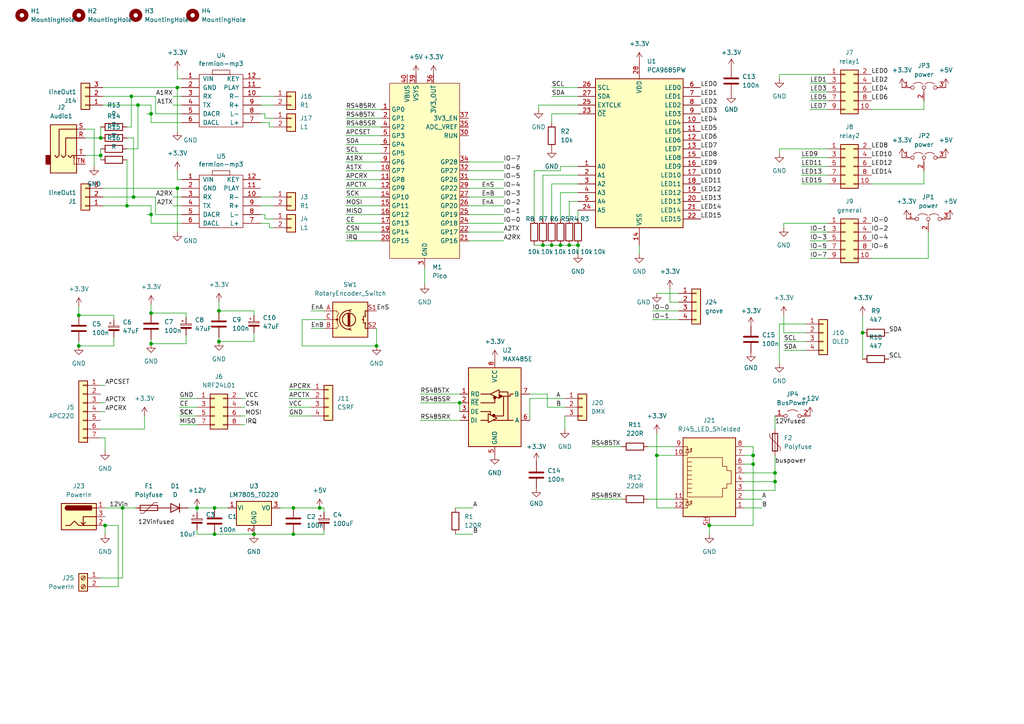
<source format=kicad_sch>
(kicad_sch (version 20230121) (generator eeschema)
  (paper "A4")
  (junction (at 218.44 134.62))
  (junction (at 43.815 99.695))
  (junction (at 62.23 147.32))
  (junction (at 40.005 30.48))
  (junction (at 43.815 62.23))
  (junction (at 63.5 99.06))
  (junction (at 57.15 147.32))
  (junction (at 109.22 100.33))
  (junction (at 43.815 90.805))
  (junction (at 35.56 147.32))
  (junction (at 29.21 40.005))
  (junction (at 190.5 132.08))
  (junction (at 51.435 54.61))
  (junction (at 38.1 27.94))
  (junction (at 205.74 152.4))
  (junction (at 165.1 71.12))
  (junction (at 133.35 116.84))
  (junction (at 29.21 45.085))
  (junction (at 62.23 154.94))
  (junction (at 30.48 152.4))
  (junction (at 73.66 154.94))
  (junction (at 22.86 91.44))
  (junction (at 224.79 137.16))
  (junction (at 224.79 139.7))
  (junction (at 157.48 71.12))
  (junction (at 85.09 154.94))
  (junction (at 85.09 147.32))
  (junction (at 218.44 132.08))
  (junction (at 250.19 96.52))
  (junction (at 43.815 33.02))
  (junction (at 162.56 71.12))
  (junction (at 92.71 147.32))
  (junction (at 167.64 71.12))
  (junction (at 38.735 57.15))
  (junction (at 160.02 71.12))
  (junction (at 51.435 25.4))
  (junction (at 22.86 100.33))
  (junction (at 63.5 90.17))
  (junction (at 36.83 59.69))
  (wire (pts (xy 24.765 40.005) (xy 29.21 40.005)))
  (wire (pts (xy 52.705 33.02) (xy 45.085 33.02)))
  (wire (pts (xy 234.95 31.75) (xy 240.03 31.75)))
  (wire (pts (xy 121.92 114.3) (xy 133.35 114.3)))
  (wire (pts (xy 52.705 59.69) (xy 50.165 59.69)))
  (wire (pts (xy 29.845 54.61) (xy 51.435 54.61)))
  (wire (pts (xy 215.9 139.7) (xy 224.79 139.7)))
  (wire (pts (xy 195.58 132.08) (xy 190.5 132.08)))
  (wire (pts (xy 215.9 137.16) (xy 224.79 137.16)))
  (wire (pts (xy 167.64 60.96) (xy 167.64 63.5)))
  (wire (pts (xy 22.86 88.9) (xy 22.86 91.44)))
  (wire (pts (xy 224.79 137.16) (xy 224.79 139.7)))
  (wire (pts (xy 218.44 152.4) (xy 205.74 152.4)))
  (wire (pts (xy 232.41 50.8) (xy 240.03 50.8)))
  (wire (pts (xy 165.1 63.5) (xy 165.1 58.42)))
  (wire (pts (xy 43.815 88.265) (xy 43.815 90.805)))
  (wire (pts (xy 100.33 39.37) (xy 110.49 39.37)))
  (wire (pts (xy 267.97 31.75) (xy 267.97 29.21)))
  (wire (pts (xy 57.15 153.67) (xy 57.15 154.94)))
  (wire (pts (xy 218.44 134.62) (xy 218.44 152.4)))
  (wire (pts (xy 167.64 55.88) (xy 162.56 55.88)))
  (wire (pts (xy 135.89 67.31) (xy 146.05 67.31)))
  (wire (pts (xy 226.06 43.18) (xy 226.06 44.45)))
  (wire (pts (xy 78.105 36.83) (xy 79.375 36.83)))
  (wire (pts (xy 52.705 62.23) (xy 45.085 62.23)))
  (wire (pts (xy 78.105 66.04) (xy 79.375 66.04)))
  (wire (pts (xy 100.33 57.15) (xy 110.49 57.15)))
  (wire (pts (xy 167.64 48.26) (xy 162.56 48.26)))
  (wire (pts (xy 29.21 170.18) (xy 34.29 170.18)))
  (wire (pts (xy 83.82 118.11) (xy 90.17 118.11)))
  (wire (pts (xy 233.68 93.98) (xy 226.06 93.98)))
  (wire (pts (xy 83.82 120.65) (xy 90.17 120.65)))
  (wire (pts (xy 52.705 57.15) (xy 50.165 57.15)))
  (wire (pts (xy 227.33 91.44) (xy 227.33 96.52)))
  (wire (pts (xy 87.63 92.71) (xy 93.98 92.71)))
  (wire (pts (xy 22.86 100.33) (xy 33.02 100.33)))
  (wire (pts (xy 29.21 124.46) (xy 41.91 124.46)))
  (wire (pts (xy 100.33 41.91) (xy 110.49 41.91)))
  (wire (pts (xy 52.07 118.11) (xy 57.15 118.11)))
  (wire (pts (xy 40.005 30.48) (xy 43.815 30.48)))
  (wire (pts (xy 187.96 129.54) (xy 195.58 129.54)))
  (wire (pts (xy 224.79 139.7) (xy 224.79 142.24)))
  (wire (pts (xy 189.23 92.71) (xy 196.85 92.71)))
  (wire (pts (xy 135.89 54.61) (xy 146.05 54.61)))
  (wire (pts (xy 215.9 132.08) (xy 218.44 132.08)))
  (wire (pts (xy 35.56 147.32) (xy 39.37 147.32)))
  (wire (pts (xy 51.435 67.31) (xy 51.435 54.61)))
  (wire (pts (xy 43.815 98.425) (xy 43.815 99.695)))
  (wire (pts (xy 135.89 49.53) (xy 146.05 49.53)))
  (wire (pts (xy 153.67 114.3) (xy 158.75 114.3)))
  (wire (pts (xy 92.71 147.32) (xy 85.09 147.32)))
  (wire (pts (xy 267.97 53.34) (xy 267.97 49.53)))
  (wire (pts (xy 30.48 127) (xy 30.48 130.81)))
  (wire (pts (xy 53.975 90.805) (xy 53.975 92.075)))
  (wire (pts (xy 250.19 91.44) (xy 250.19 96.52)))
  (wire (pts (xy 69.85 120.65) (xy 71.12 120.65)))
  (wire (pts (xy 185.42 71.12) (xy 185.42 73.66)))
  (wire (pts (xy 36.83 59.69) (xy 43.815 59.69)))
  (wire (pts (xy 226.06 21.59) (xy 226.06 22.86)))
  (wire (pts (xy 51.435 49.53) (xy 51.435 52.07)))
  (wire (pts (xy 218.44 129.54) (xy 218.44 132.08)))
  (wire (pts (xy 252.73 31.75) (xy 267.97 31.75)))
  (wire (pts (xy 90.17 95.25) (xy 93.98 95.25)))
  (wire (pts (xy 100.33 49.53) (xy 110.49 49.53)))
  (wire (pts (xy 167.64 53.34) (xy 160.02 53.34)))
  (wire (pts (xy 224.79 132.08) (xy 224.79 137.16)))
  (wire (pts (xy 43.815 33.02) (xy 43.815 35.56)))
  (wire (pts (xy 240.03 21.59) (xy 226.06 21.59)))
  (wire (pts (xy 154.94 49.53) (xy 162.56 49.53)))
  (wire (pts (xy 34.29 170.18) (xy 34.29 152.4)))
  (wire (pts (xy 29.845 59.69) (xy 36.83 59.69)))
  (wire (pts (xy 93.98 147.32) (xy 92.71 147.32)))
  (wire (pts (xy 135.89 62.23) (xy 146.05 62.23)))
  (wire (pts (xy 30.48 152.4) (xy 34.29 152.4)))
  (wire (pts (xy 162.56 55.88) (xy 162.56 63.5)))
  (wire (pts (xy 43.815 30.48) (xy 43.815 33.02)))
  (wire (pts (xy 100.33 36.83) (xy 110.49 36.83)))
  (wire (pts (xy 190.5 147.32) (xy 195.58 147.32)))
  (wire (pts (xy 232.41 45.72) (xy 240.03 45.72)))
  (wire (pts (xy 38.735 57.15) (xy 45.085 57.15)))
  (wire (pts (xy 78.105 36.83) (xy 78.105 35.56)))
  (wire (pts (xy 29.21 127) (xy 30.48 127)))
  (wire (pts (xy 30.48 147.32) (xy 35.56 147.32)))
  (wire (pts (xy 224.79 120.65) (xy 224.79 124.46)))
  (wire (pts (xy 75.565 59.69) (xy 79.375 59.69)))
  (wire (pts (xy 224.79 142.24) (xy 215.9 142.24)))
  (wire (pts (xy 42.545 62.23) (xy 43.815 62.23)))
  (wire (pts (xy 75.565 27.94) (xy 79.375 27.94)))
  (wire (pts (xy 163.83 120.65) (xy 163.83 124.46)))
  (wire (pts (xy 167.64 30.48) (xy 156.21 30.48)))
  (wire (pts (xy 52.705 52.07) (xy 51.435 52.07)))
  (wire (pts (xy 93.98 154.94) (xy 93.98 153.67)))
  (wire (pts (xy 171.45 144.78) (xy 180.34 144.78)))
  (wire (pts (xy 45.085 62.23) (xy 45.085 57.15)))
  (wire (pts (xy 69.85 115.57) (xy 71.12 115.57)))
  (wire (pts (xy 83.82 115.57) (xy 90.17 115.57)))
  (wire (pts (xy 43.815 64.77) (xy 52.705 64.77)))
  (wire (pts (xy 41.91 120.65) (xy 41.91 124.46)))
  (wire (pts (xy 30.48 152.4) (xy 30.48 154.94)))
  (wire (pts (xy 252.73 74.93) (xy 269.24 74.93)))
  (wire (pts (xy 38.1 27.94) (xy 45.085 27.94)))
  (wire (pts (xy 40.005 43.18) (xy 36.83 43.18)))
  (wire (pts (xy 76.835 34.29) (xy 79.375 34.29)))
  (wire (pts (xy 52.07 123.19) (xy 57.15 123.19)))
  (wire (pts (xy 90.17 90.17) (xy 93.98 90.17)))
  (wire (pts (xy 73.66 99.06) (xy 73.66 96.52)))
  (wire (pts (xy 29.845 27.94) (xy 38.1 27.94)))
  (wire (pts (xy 135.89 59.69) (xy 146.05 59.69)))
  (wire (pts (xy 43.815 99.695) (xy 53.975 99.695)))
  (wire (pts (xy 121.92 121.92) (xy 133.35 121.92)))
  (wire (pts (xy 157.48 71.12) (xy 160.02 71.12)))
  (wire (pts (xy 83.82 113.03) (xy 90.17 113.03)))
  (wire (pts (xy 196.85 87.63) (xy 194.31 87.63)))
  (wire (pts (xy 234.95 72.39) (xy 240.03 72.39)))
  (wire (pts (xy 100.33 64.77) (xy 110.49 64.77)))
  (wire (pts (xy 29.21 45.085) (xy 29.21 46.355)))
  (wire (pts (xy 190.5 125.73) (xy 190.5 132.08)))
  (wire (pts (xy 157.48 50.8) (xy 167.64 50.8)))
  (wire (pts (xy 57.15 147.32) (xy 57.15 148.59)))
  (wire (pts (xy 75.565 62.23) (xy 76.835 62.23)))
  (wire (pts (xy 73.66 154.94) (xy 85.09 154.94)))
  (wire (pts (xy 132.08 147.32) (xy 137.16 147.32)))
  (wire (pts (xy 100.33 46.99) (xy 110.49 46.99)))
  (wire (pts (xy 158.75 118.11) (xy 163.83 118.11)))
  (wire (pts (xy 165.1 58.42) (xy 167.64 58.42)))
  (wire (pts (xy 123.19 77.47) (xy 123.19 82.55)))
  (wire (pts (xy 157.48 63.5) (xy 157.48 50.8)))
  (wire (pts (xy 160.02 71.12) (xy 162.56 71.12)))
  (wire (pts (xy 43.815 62.23) (xy 43.815 64.77)))
  (wire (pts (xy 69.85 123.19) (xy 71.12 123.19)))
  (wire (pts (xy 133.35 116.84) (xy 133.35 119.38)))
  (wire (pts (xy 234.95 26.67) (xy 240.03 26.67)))
  (wire (pts (xy 78.105 35.56) (xy 75.565 35.56)))
  (wire (pts (xy 109.22 95.25) (xy 109.22 100.33)))
  (wire (pts (xy 234.95 67.31) (xy 240.03 67.31)))
  (wire (pts (xy 76.835 62.23) (xy 76.835 63.5)))
  (wire (pts (xy 205.74 152.4) (xy 205.74 154.94)))
  (wire (pts (xy 29.21 167.64) (xy 35.56 167.64)))
  (wire (pts (xy 87.63 100.33) (xy 87.63 92.71)))
  (wire (pts (xy 38.1 36.83) (xy 38.1 27.94)))
  (wire (pts (xy 215.9 147.32) (xy 220.98 147.32)))
  (wire (pts (xy 29.21 36.83) (xy 29.21 40.005)))
  (wire (pts (xy 252.73 53.34) (xy 267.97 53.34)))
  (wire (pts (xy 85.09 154.94) (xy 93.98 154.94)))
  (wire (pts (xy 62.23 147.32) (xy 66.04 147.32)))
  (wire (pts (xy 226.06 93.98) (xy 226.06 105.41)))
  (wire (pts (xy 40.005 30.48) (xy 40.005 43.18)))
  (wire (pts (xy 36.83 40.005) (xy 38.735 40.005)))
  (wire (pts (xy 135.89 52.07) (xy 146.05 52.07)))
  (wire (pts (xy 232.41 48.26) (xy 240.03 48.26)))
  (wire (pts (xy 52.07 120.65) (xy 57.15 120.65)))
  (wire (pts (xy 51.435 38.1) (xy 51.435 25.4)))
  (wire (pts (xy 234.95 74.93) (xy 240.03 74.93)))
  (wire (pts (xy 154.94 71.12) (xy 157.48 71.12)))
  (wire (pts (xy 234.95 69.85) (xy 240.03 69.85)))
  (wire (pts (xy 160.02 53.34) (xy 160.02 63.5)))
  (wire (pts (xy 250.19 96.52) (xy 250.19 104.14)))
  (wire (pts (xy 194.31 83.82) (xy 194.31 87.63)))
  (wire (pts (xy 73.66 90.17) (xy 73.66 91.44)))
  (wire (pts (xy 240.03 43.18) (xy 226.06 43.18)))
  (wire (pts (xy 162.56 48.26) (xy 162.56 49.53)))
  (wire (pts (xy 52.705 30.48) (xy 50.165 30.48)))
  (wire (pts (xy 42.545 33.02) (xy 43.815 33.02)))
  (wire (pts (xy 227.33 101.6) (xy 233.68 101.6)))
  (wire (pts (xy 227.33 66.04) (xy 227.33 64.77)))
  (wire (pts (xy 227.33 64.77) (xy 240.03 64.77)))
  (wire (pts (xy 29.845 25.4) (xy 51.435 25.4)))
  (wire (pts (xy 121.92 116.84) (xy 133.35 116.84)))
  (wire (pts (xy 29.21 111.76) (xy 30.48 111.76)))
  (wire (pts (xy 45.085 33.02) (xy 45.085 27.94)))
  (wire (pts (xy 233.68 96.52) (xy 227.33 96.52)))
  (wire (pts (xy 218.44 132.08) (xy 218.44 134.62)))
  (wire (pts (xy 78.105 64.77) (xy 75.565 64.77)))
  (wire (pts (xy 160.02 25.4) (xy 167.64 25.4)))
  (wire (pts (xy 33.02 100.33) (xy 33.02 97.79)))
  (wire (pts (xy 153.67 115.57) (xy 163.83 115.57)))
  (wire (pts (xy 132.08 154.94) (xy 137.16 154.94)))
  (wire (pts (xy 171.45 129.54) (xy 180.34 129.54)))
  (wire (pts (xy 215.9 134.62) (xy 218.44 134.62)))
  (wire (pts (xy 100.33 54.61) (xy 110.49 54.61)))
  (wire (pts (xy 100.33 34.29) (xy 110.49 34.29)))
  (wire (pts (xy 63.5 97.79) (xy 63.5 99.06)))
  (wire (pts (xy 232.41 53.34) (xy 240.03 53.34)))
  (wire (pts (xy 165.1 71.12) (xy 167.64 71.12)))
  (wire (pts (xy 62.23 154.94) (xy 73.66 154.94)))
  (wire (pts (xy 36.83 36.83) (xy 38.1 36.83)))
  (wire (pts (xy 43.815 35.56) (xy 52.705 35.56)))
  (wire (pts (xy 57.15 154.94) (xy 62.23 154.94)))
  (wire (pts (xy 33.02 91.44) (xy 33.02 92.71)))
  (wire (pts (xy 52.705 22.86) (xy 51.435 22.86)))
  (wire (pts (xy 227.33 99.06) (xy 233.68 99.06)))
  (wire (pts (xy 100.33 44.45) (xy 110.49 44.45)))
  (wire (pts (xy 52.705 27.94) (xy 50.165 27.94)))
  (wire (pts (xy 24.765 45.085) (xy 29.21 45.085)))
  (wire (pts (xy 36.83 46.355) (xy 36.83 59.69)))
  (wire (pts (xy 22.86 91.44) (xy 33.02 91.44)))
  (wire (pts (xy 160.02 33.02) (xy 160.02 35.56)))
  (wire (pts (xy 167.64 71.12) (xy 167.64 73.66)))
  (wire (pts (xy 52.07 115.57) (xy 57.15 115.57)))
  (wire (pts (xy 63.5 99.06) (xy 73.66 99.06)))
  (wire (pts (xy 35.56 167.64) (xy 35.56 147.32)))
  (wire (pts (xy 153.67 121.92) (xy 153.67 115.57)))
  (wire (pts (xy 154.94 49.53) (xy 154.94 63.5)))
  (wire (pts (xy 135.89 46.99) (xy 146.05 46.99)))
  (wire (pts (xy 29.21 116.84) (xy 30.48 116.84)))
  (wire (pts (xy 190.5 85.09) (xy 196.85 85.09)))
  (wire (pts (xy 75.565 57.15) (xy 79.375 57.15)))
  (wire (pts (xy 135.89 64.77) (xy 146.05 64.77)))
  (wire (pts (xy 135.89 69.85) (xy 146.05 69.85)))
  (wire (pts (xy 53.975 99.695) (xy 53.975 97.155)))
  (wire (pts (xy 63.5 90.17) (xy 73.66 90.17)))
  (wire (pts (xy 29.21 43.18) (xy 29.21 45.085)))
  (wire (pts (xy 156.21 30.48) (xy 156.21 31.75)))
  (wire (pts (xy 22.86 99.06) (xy 22.86 100.33)))
  (wire (pts (xy 100.33 69.85) (xy 110.49 69.85)))
  (wire (pts (xy 27.305 37.465) (xy 27.305 48.26)))
  (wire (pts (xy 160.02 27.94) (xy 167.64 27.94)))
  (wire (pts (xy 29.845 30.48) (xy 40.005 30.48)))
  (wire (pts (xy 57.15 147.32) (xy 62.23 147.32)))
  (wire (pts (xy 38.735 40.005) (xy 38.735 57.15)))
  (wire (pts (xy 51.435 25.4) (xy 52.705 25.4)))
  (wire (pts (xy 167.64 33.02) (xy 160.02 33.02)))
  (wire (pts (xy 100.33 52.07) (xy 110.49 52.07)))
  (wire (pts (xy 29.845 57.15) (xy 38.735 57.15)))
  (wire (pts (xy 75.565 33.02) (xy 76.835 33.02)))
  (wire (pts (xy 187.96 144.78) (xy 195.58 144.78)))
  (wire (pts (xy 215.9 144.78) (xy 220.98 144.78)))
  (wire (pts (xy 189.23 90.17) (xy 196.85 90.17)))
  (wire (pts (xy 51.435 54.61) (xy 52.705 54.61)))
  (wire (pts (xy 100.33 67.31) (xy 110.49 67.31)))
  (wire (pts (xy 54.61 147.32) (xy 57.15 147.32)))
  (wire (pts (xy 76.835 63.5) (xy 79.375 63.5)))
  (wire (pts (xy 69.85 118.11) (xy 71.12 118.11)))
  (wire (pts (xy 93.98 148.59) (xy 93.98 147.32)))
  (wire (pts (xy 215.9 129.54) (xy 218.44 129.54)))
  (wire (pts (xy 75.565 30.48) (xy 79.375 30.48)))
  (wire (pts (xy 234.95 24.13) (xy 240.03 24.13)))
  (wire (pts (xy 24.765 37.465) (xy 27.305 37.465)))
  (wire (pts (xy 63.5 87.63) (xy 63.5 90.17)))
  (wire (pts (xy 100.33 59.69) (xy 110.49 59.69)))
  (wire (pts (xy 76.835 33.02) (xy 76.835 34.29)))
  (wire (pts (xy 190.5 132.08) (xy 190.5 147.32)))
  (wire (pts (xy 85.09 147.32) (xy 81.28 147.32)))
  (wire (pts (xy 158.75 114.3) (xy 158.75 118.11)))
  (wire (pts (xy 109.22 100.33) (xy 87.63 100.33)))
  (wire (pts (xy 43.815 59.69) (xy 43.815 62.23)))
  (wire (pts (xy 100.33 31.75) (xy 110.49 31.75)))
  (wire (pts (xy 135.89 57.15) (xy 146.05 57.15)))
  (wire (pts (xy 162.56 71.12) (xy 165.1 71.12)))
  (wire (pts (xy 43.815 90.805) (xy 53.975 90.805)))
  (wire (pts (xy 100.33 62.23) (xy 110.49 62.23)))
  (wire (pts (xy 51.435 20.32) (xy 51.435 22.86)))
  (wire (pts (xy 29.21 119.38) (xy 30.48 119.38)))
  (wire (pts (xy 234.95 29.21) (xy 240.03 29.21)))
  (wire (pts (xy 78.105 66.04) (xy 78.105 64.77)))
  (wire (pts (xy 269.24 74.93) (xy 269.24 67.31)))
  (label "APCRX" (at 30.48 119.38 0))
  (label "A" (at 220.98 144.78 0))
  (label "CSN" (at 100.33 67.31 0))
  (label "IO-3" (at 146.05 57.15 0))
  (label "B" (at 137.16 154.94 0))
  (label "IO-5" (at 234.95 72.39 0))
  (label "A2RX" (at 146.05 69.85 0))
  (label "SCK" (at 52.07 120.65 0))
  (label "MISO" (at 52.07 123.19 0))
  (label "SCK" (at 52.07 120.65 0))
  (label "EnA" (at 139.7 59.69 0))
  (label "SDA" (at 227.33 101.6 0))
  (label "CE" (at 52.07 118.11 0))
  (label "LED1" (at 234.95 24.13 0))
  (label "LED14" (at 203.2 60.96 0))
  (label "A" (at 137.16 147.32 0))
  (label "12Vinfused" (at 40.005 152.4 0))
  (label "IO-1" (at 146.05 62.23 0))
  (label "SCK" (at 100.33 57.15 0))
  (label "VCC" (at 71.12 115.57 0))
  (label "LED11" (at 232.41 48.26 0))
  (label "12Vin" (at 31.75 147.32 0))
  (label "MOSI" (at 71.12 120.65 0))
  (label "LED3" (at 234.95 26.67 0))
  (label "12Vfused" (at 224.79 123.19 0))
  (label "LED10" (at 203.2 50.8 0))
  (label "A1TX" (at 100.33 49.53 0))
  (label "IO-7" (at 234.95 74.93 0))
  (label "LED15" (at 203.2 63.5 0))
  (label "IO-2" (at 252.73 67.31 0))
  (label "RS485RX" (at 121.92 121.92 0))
  (label "IO-7" (at 146.05 46.99 0))
  (label "LED4" (at 252.73 26.67 0))
  (label "APCRX" (at 83.82 113.03 0))
  (label "A" (at 161.29 115.57 0))
  (label "LED14" (at 252.73 50.8 0))
  (label "IO-0" (at 146.05 64.77 0))
  (label "LED13" (at 203.2 58.42 0))
  (label "IO-0" (at 189.23 90.17 0))
  (label "IO-4" (at 252.73 69.85 0))
  (label "LED13" (at 232.41 50.8 0))
  (label "VCC" (at 83.82 118.11 0))
  (label "SDA" (at 257.81 96.52 0))
  (label "IO-4" (at 146.05 54.61 0))
  (label "IO-2" (at 146.05 59.69 0))
  (label "LED3" (at 203.2 33.02 0))
  (label "LED1" (at 203.2 27.94 0))
  (label "LED9" (at 203.2 48.26 0))
  (label "APCTX" (at 30.48 116.84 0))
  (label "IRQ" (at 71.12 123.19 0))
  (label "B" (at 220.98 147.32 0))
  (label "SCL" (at 257.81 104.14 0))
  (label "APCSET" (at 100.33 39.37 0))
  (label "RS485RX" (at 171.45 144.78 0))
  (label "LED12" (at 203.2 55.88 0))
  (label "A2RX" (at 50.165 57.15 180))
  (label "A1TX" (at 50.165 30.48 180))
  (label "IO-5" (at 146.05 52.07 0))
  (label "RS485TX" (at 100.33 34.29 0))
  (label "GND" (at 83.82 120.65 0))
  (label "EnS" (at 109.22 90.17 0))
  (label "IO-6" (at 146.05 49.53 0))
  (label "IO-6" (at 252.73 72.39 0))
  (label "LED5" (at 203.2 38.1 0))
  (label "EnA" (at 90.17 90.17 0))
  (label "SCL" (at 160.02 25.4 0))
  (label "RS485SR" (at 121.92 116.84 0))
  (label "LED11" (at 203.2 53.34 0))
  (label "A2TX" (at 50.165 59.69 180))
  (label "APCTX" (at 100.33 54.61 0))
  (label "LED2" (at 252.73 24.13 0))
  (label "IO-3" (at 234.95 69.85 0))
  (label "EnB" (at 90.17 95.25 0))
  (label "CSN" (at 71.12 118.11 0))
  (label "RS485TX" (at 121.92 114.3 0))
  (label "LED6" (at 203.2 40.64 0))
  (label "SCL" (at 227.33 99.06 0))
  (label "MISO" (at 100.33 62.23 0))
  (label "LED7" (at 203.2 43.18 0))
  (label "LED0" (at 203.2 25.4 0))
  (label "IRQ" (at 100.33 69.85 0))
  (label "SCL" (at 100.33 44.45 0))
  (label "SDA" (at 160.02 27.94 0))
  (label "RS485RX" (at 100.33 31.75 0))
  (label "LED7" (at 234.95 31.75 0))
  (label "IO-1" (at 189.23 92.71 0))
  (label "GND" (at 52.07 115.57 0))
  (label "RS485SR" (at 100.33 36.83 0))
  (label "LED4" (at 203.2 35.56 0))
  (label "LED9" (at 232.41 45.72 0))
  (label "EnS" (at 139.7 54.61 0))
  (label "LED2" (at 203.2 30.48 0))
  (label "IO-0" (at 252.73 64.77 0))
  (label "LED15" (at 232.41 53.34 0))
  (label "buspower" (at 224.79 134.62 0))
  (label "APCSET" (at 30.48 111.76 0))
  (label "LED8" (at 252.73 43.18 0))
  (label "MOSI" (at 100.33 59.69 0))
  (label "LED6" (at 252.73 29.21 0))
  (label "EnB" (at 139.7 57.15 0))
  (label "LED12" (at 252.73 48.26 0))
  (label "LED0" (at 252.73 21.59 0))
  (label "LED10" (at 252.73 45.72 0))
  (label "APCTX" (at 83.82 115.57 0))
  (label "SDA" (at 100.33 41.91 0))
  (label "IO-1" (at 234.95 67.31 0))
  (label "APCRX" (at 100.33 52.07 0))
  (label "B" (at 161.29 118.11 0))
  (label "LED5" (at 234.95 29.21 0))
  (label "A1RX" (at 100.33 46.99 0))
  (label "RS485TX" (at 171.45 129.54 0))
  (label "CE" (at 100.33 64.77 0))
  (label "A1RX" (at 50.165 27.94 180))
  (label "A2TX" (at 146.05 67.31 0))
  (label "LED8" (at 203.2 45.72 0))
  (symbol (lib_id "Regulator_Linear:LM7805_TO220") (at 73.66 147.32 0) (unit 1)
    (property "Reference" "U3" (at 73.66 140.97 0))
    (property "Value" "LM7805_TO220" (at 73.66 143.51 0))
    (property "Footprint" "Package_TO_SOT_THT:TO-220-3_Vertical" (effects hide))
    (property "Datasheet" "https://www.onsemi.cn/PowerSolutions/document/MC7800-D.PDF" (effects hide))
  )
  (symbol (lib_id "board-rescue:fermion-mp3-arduino") (at 57.785 48.26 0) (unit 1)
    (property "Reference" "U5" (at 64.135 45.339 0))
    (property "Value" "fermion-mp3" (at 64.135 47.6504 0))
    (property "Footprint" "Arduino:fermion-mp3" (effects hide))
  )
  (symbol (lib_id "power:GND") (at 63.5 99.06 0) (unit 1)
    (property "Reference" "#PWR047" (effects hide))
    (property "Value" "GND" (at 63.5 104.14 0))
  )
  (symbol (lib_id "power:GND") (at 212.09 27.305 0) (unit 1)
    (property "Reference" "#PWR051" (effects hide))
    (property "Value" "GND" (at 212.09 31.75 0))
  )
  (symbol (lib_id "Device:C_Polarized_Small") (at 57.15 151.13 0) (unit 1)
    (property "Reference" "C3" (at 59.69 149.3139 0) (effects (justify left)))
    (property "Value" "10uF" (at 52.07 154.94 0) (effects (justify left)))
    (property "Footprint" "fab:CP_Elec_D6.3mm_H6.1mm" (effects hide))
  )
  (symbol (lib_id "Device:R") (at 33.02 43.18 270) (unit 1)
    (property "Reference" "R15" (at 33.02 36.83 90))
    (property "Value" "R" (at 33.02 39.37 90))
    (property "Footprint" "fab:R_1206" (effects hide))
  )
  (symbol (lib_id "power:+3.3V") (at 143.51 104.14 0) (unit 1)
    (property "Reference" "#PWR07" (effects hide))
    (property "Value" "+3.3V" (at 143.51 99.06 0))
  )
  (symbol (lib_id "power:GND") (at 22.86 100.33 0) (unit 1)
    (property "Reference" "#PWR043" (effects hide))
    (property "Value" "GND" (at 22.86 105.41 0))
  )
  (symbol (lib_id "Mechanical:MountingHole") (at 55.88 4.445 0) (unit 1)
    (property "Reference" "H4" (at 58.42 3.175 0) (effects (justify left)))
    (property "Value" "MountingHole" (at 58.42 5.715 0) (effects (justify left)))
    (property "Footprint" "fab:MountingHole_3mm" (effects hide))
  )
  (symbol (lib_id "Device:R") (at 184.15 129.54 90) (unit 1)
    (property "Reference" "R11" (at 184.15 123.19 90))
    (property "Value" "220R" (at 184.15 125.73 90))
    (property "Footprint" "fab:R_1206" (effects hide))
  )
  (symbol (lib_id "power:GND") (at 190.5 85.09 0) (unit 1)
    (property "Reference" "#PWR040" (effects hide))
    (property "Value" "GND" (at 186.69 87.63 0))
  )
  (symbol (lib_id "Mechanical:MountingHole") (at 22.86 4.445 0) (unit 1)
    (property "Reference" "H2" (at 25.4 3.175 0) (effects (justify left)))
    (property "Value" "MountingHole" (at 25.4 5.715 0) (effects (justify left)))
    (property "Footprint" "fab:MountingHole_3mm" (effects hide))
  )
  (symbol (lib_id "Jumper:Jumper_3_Open") (at 269.24 63.5 0) (unit 1)
    (property "Reference" "JP1" (at 269.24 57.15 0))
    (property "Value" "power" (at 269.24 59.69 0))
    (property "Footprint" "Connector_PinHeader_2.54mm:PinHeader_1x03_P2.54mm_Vertical" (effects hide))
  )
  (symbol (lib_id "Device:C") (at 155.575 137.795 0) (unit 1)
    (property "Reference" "C14" (at 158.75 136.525 0) (effects (justify left)))
    (property "Value" "100n" (at 158.75 139.065 0) (effects (justify left)))
    (property "Footprint" "fab:C_1206" (effects hide))
  )
  (symbol (lib_id "Connector_Generic:Conn_01x03") (at 168.91 118.11 0) (unit 1)
    (property "Reference" "J20" (at 171.45 116.84 0) (effects (justify left)))
    (property "Value" "DMX" (at 171.45 119.38 0) (effects (justify left)))
    (property "Footprint" "Connector_JST:JST_XH_B3B-XH-A_1x03_P2.50mm_Vertical" (effects hide))
  )
  (symbol (lib_id "Connector_Generic:Conn_01x02") (at 84.455 34.29 0) (unit 1)
    (property "Reference" "J17" (at 86.995 34.29 0) (effects (justify left)))
    (property "Value" "L1" (at 86.995 36.83 0) (effects (justify left)))
    (property "Footprint" "Connector_JST:JST_XH_B2B-XH-A_1x02_P2.50mm_Vertical" (effects hide))
  )
  (symbol (lib_id "power:GND") (at 51.435 38.1 0) (mirror y) (unit 1)
    (property "Reference" "#PWR04" (effects hide))
    (property "Value" "GND" (at 55.245 40.64 0))
  )
  (symbol (lib_id "Device:R") (at 167.64 67.31 0) (unit 1)
    (property "Reference" "R3" (at 168.275 63.5 0) (effects (justify left)))
    (property "Value" "10k" (at 172.085 73.025 0) (effects (justify left)))
    (property "Footprint" "fab:R_1206" (effects hide))
  )
  (symbol (lib_id "Connector_Generic:Conn_01x04") (at 201.93 87.63 0) (unit 1)
    (property "Reference" "J24" (at 204.47 87.63 0) (effects (justify left)))
    (property "Value" "grove" (at 204.47 90.17 0) (effects (justify left)))
    (property "Footprint" "Connectors:Grove_1x04" (effects hide))
  )
  (symbol (lib_id "power:GND") (at 109.22 100.33 0) (unit 1)
    (property "Reference" "#PWR042" (effects hide))
    (property "Value" "GND" (at 109.22 105.41 0))
  )
  (symbol (lib_id "power:+3.3V") (at 43.815 88.265 0) (unit 1)
    (property "Reference" "#PWR044" (effects hide))
    (property "Value" "+3.3V" (at 43.815 83.185 0))
  )
  (symbol (lib_id "power:+3.3V") (at 41.91 120.65 0) (unit 1)
    (property "Reference" "#PWR09" (effects hide))
    (property "Value" "+3.3V" (at 41.91 115.57 0))
  )
  (symbol (lib_id "Connector_Generic:Conn_01x04") (at 95.25 115.57 0) (unit 1)
    (property "Reference" "J11" (at 97.79 115.57 0) (effects (justify left)))
    (property "Value" "CSRF" (at 97.79 118.11 0) (effects (justify left)))
    (property "Footprint" "Connector_PinHeader_2.54mm:PinHeader_1x04_P2.54mm_Vertical" (effects hide))
  )
  (symbol (lib_id "Device:C") (at 85.09 151.13 0) (unit 1)
    (property "Reference" "C2" (at 88.9 149.86 0) (effects (justify left)))
    (property "Value" "100n" (at 88.9 152.4 0) (effects (justify left)))
    (property "Footprint" "fab:C_1206" (effects hide))
  )
  (symbol (lib_id "Connector_Generic:Conn_02x04_Odd_Even") (at 62.23 118.11 0) (unit 1)
    (property "Reference" "J6" (at 63.5 109.22 0))
    (property "Value" "NRF24L01" (at 63.5 111.76 0))
    (property "Footprint" "Connector_PinHeader_2.54mm:PinHeader_2x04_P2.54mm_Vertical" (effects hide))
  )
  (symbol (lib_id "power:GND") (at 205.74 154.94 0) (unit 1)
    (property "Reference" "#PWR030" (effects hide))
    (property "Value" "GND" (at 205.74 160.02 0))
  )
  (symbol (lib_id "power:+3.3V") (at 262.89 63.5 0) (unit 1)
    (property "Reference" "#PWR023" (effects hide))
    (property "Value" "+3.3V" (at 262.89 58.42 0))
  )
  (symbol (lib_id "power:+5V") (at 274.32 45.72 0) (unit 1)
    (property "Reference" "#PWR027" (effects hide))
    (property "Value" "+5V" (at 274.32 40.64 0))
  )
  (symbol (lib_id "power:+12V") (at 234.95 120.65 0) (unit 1)
    (property "Reference" "#PWR031" (effects hide))
    (property "Value" "+12V" (at 234.95 115.57 0))
  )
  (symbol (lib_id "Connector_Generic:Conn_01x04") (at 238.76 96.52 0) (unit 1)
    (property "Reference" "J10" (at 241.3 96.52 0) (effects (justify left)))
    (property "Value" "OLED" (at 241.3 99.06 0) (effects (justify left)))
    (property "Footprint" "Arduino:OLED128x32" (effects hide))
  )
  (symbol (lib_id "Device:C_Polarized_Small") (at 53.975 94.615 0) (unit 1)
    (property "Reference" "C8" (at 56.515 92.7989 0) (effects (justify left)))
    (property "Value" "47uF" (at 56.515 95.3389 0) (effects (justify left)))
    (property "Footprint" "fab:CP_Elec_D6.3mm_H6.1mm" (effects hide))
  )
  (symbol (lib_id "Device:R") (at 165.1 67.31 0) (unit 1)
    (property "Reference" "R4" (at 165.1 63.5 0) (effects (justify left)))
    (property "Value" "10k" (at 168.275 73.025 0) (effects (justify left)))
    (property "Footprint" "fab:R_1206" (effects hide))
  )
  (symbol (lib_id "Device:C_Polarized_Small") (at 73.66 93.98 0) (unit 1)
    (property "Reference" "C10" (at 76.2 92.1639 0) (effects (justify left)))
    (property "Value" "47uF" (at 76.2 94.7039 0) (effects (justify left)))
    (property "Footprint" "fab:CP_Elec_D6.3mm_H6.1mm" (effects hide))
  )
  (symbol (lib_id "power:GND") (at 30.48 154.94 0) (unit 1)
    (property "Reference" "#PWR035" (effects hide))
    (property "Value" "GND" (at 30.48 160.02 0))
  )
  (symbol (lib_id "power:+3.3V") (at 227.33 91.44 0) (unit 1)
    (property "Reference" "#PWR013" (effects hide))
    (property "Value" "+3.3V" (at 227.33 86.36 0))
  )
  (symbol (lib_id "Connector_Generic:Conn_02x05_Odd_Even") (at 245.11 69.85 0) (unit 1)
    (property "Reference" "J9" (at 246.38 58.42 0))
    (property "Value" "general" (at 246.38 60.96 0))
    (property "Footprint" "Connector_IDC:IDC-Header_2x05_P2.54mm_Vertical" (effects hide))
  )
  (symbol (lib_id "power:GND") (at 226.06 44.45 0) (unit 1)
    (property "Reference" "#PWR021" (effects hide))
    (property "Value" "GND" (at 226.06 49.53 0))
  )
  (symbol (lib_id "power:+3.3V") (at 51.435 20.32 0) (mirror y) (unit 1)
    (property "Reference" "#PWR01" (effects hide))
    (property "Value" "+3.3V" (at 51.435 15.24 0))
  )
  (symbol (lib_id "Connector_Generic:Conn_01x07") (at 24.13 119.38 0) (mirror y) (unit 1)
    (property "Reference" "J5" (at 21.59 118.11 0) (effects (justify left)))
    (property "Value" "APC220" (at 21.59 120.65 0) (effects (justify left)))
    (property "Footprint" "Arduino:APC220" (effects hide))
  )
  (symbol (lib_id "Device:C") (at 212.09 23.495 0) (unit 1)
    (property "Reference" "C13" (at 215.265 22.225 0) (effects (justify left)))
    (property "Value" "100n" (at 215.265 24.765 0) (effects (justify left)))
    (property "Footprint" "fab:C_1206" (effects hide))
  )
  (symbol (lib_id "power:GND") (at 51.435 67.31 0) (mirror y) (unit 1)
    (property "Reference" "#PWR05" (effects hide))
    (property "Value" "GND" (at 55.245 69.85 0))
  )
  (symbol (lib_id "power:+12V") (at 57.15 147.32 0) (unit 1)
    (property "Reference" "#PWR037" (effects hide))
    (property "Value" "+12V" (at 57.15 142.24 0))
  )
  (symbol (lib_id "power:GND") (at 185.42 73.66 0) (unit 1)
    (property "Reference" "#PWR015" (effects hide))
    (property "Value" "GND" (at 185.42 78.74 0))
  )
  (symbol (lib_id "power:+3.3V") (at 250.19 91.44 0) (unit 1)
    (property "Reference" "#PWR039" (effects hide))
    (property "Value" "+3.3V" (at 250.19 86.36 0))
  )
  (symbol (lib_id "Connector_Generic:Conn_01x02") (at 84.455 63.5 0) (unit 1)
    (property "Reference" "J4" (at 86.995 63.5 0) (effects (justify left)))
    (property "Value" "L1" (at 86.995 66.04 0) (effects (justify left)))
    (property "Footprint" "Connector_JST:JST_XH_B2B-XH-A_1x02_P2.50mm_Vertical" (effects hide))
  )
  (symbol (lib_id "power:GND") (at 167.64 73.66 0) (unit 1)
    (property "Reference" "#PWR019" (effects hide))
    (property "Value" "GND" (at 167.64 78.74 0))
  )
  (symbol (lib_id "Connector_Audio:AudioJack3_SwitchT") (at 19.685 40.005 0) (unit 1)
    (property "Reference" "J2" (at 17.78 31.115 0))
    (property "Value" "Audio1" (at 17.78 33.655 0))
    (property "Footprint" "Connector_Audio:Jack_3.5mm_CUI_SJ1-3525N_Horizontal" (effects hide))
  )
  (symbol (lib_id "Device:R") (at 160.02 39.37 0) (unit 1)
    (property "Reference" "R2" (at 162.56 38.1 0) (effects (justify left)))
    (property "Value" "10k" (at 162.56 40.64 0) (effects (justify left)))
    (property "Footprint" "fab:R_1206" (effects hide))
  )
  (symbol (lib_id "fab:Module_RaspberryPi_PicoW_Combined") (at 123.19 49.53 0) (unit 1)
    (property "Reference" "M1" (at 125.3841 77.47 0) (effects (justify left)))
    (property "Value" "Pico" (at 125.3841 80.01 0) (effects (justify left)))
    (property "Footprint" "fab:RaspberryPi_PicoW_Combined" (effects hide))
    (property "Datasheet" "https://datasheets.raspberrypi.com/picow/pico-w-datasheet.pdf" (effects hide))
  )
  (symbol (lib_id "power:+3.3V") (at 261.62 25.4 0) (unit 1)
    (property "Reference" "#PWR025" (effects hide))
    (property "Value" "+3.3V" (at 261.62 20.32 0))
  )
  (symbol (lib_id "power:GND") (at 226.06 105.41 0) (unit 1)
    (property "Reference" "#PWR012" (effects hide))
    (property "Value" "GND" (at 226.06 110.49 0))
  )
  (symbol (lib_id "Device:C_Polarized_Small") (at 33.02 95.25 0) (unit 1)
    (property "Reference" "C6" (at 35.56 93.4339 0) (effects (justify left)))
    (property "Value" "47uF" (at 35.56 95.9739 0) (effects (justify left)))
    (property "Footprint" "fab:CP_Elec_D6.3mm_H6.1mm" (effects hide))
  )
  (symbol (lib_id "Device:Polyfuse") (at 43.18 147.32 90) (unit 1)
    (property "Reference" "F1" (at 43.18 140.97 90))
    (property "Value" "Polyfuse" (at 43.18 143.51 90))
    (property "Footprint" "Fuse:Fuse_2920_7451Metric" (effects hide))
  )
  (symbol (lib_id "Connector:Screw_Terminal_01x02") (at 24.13 167.64 0) (mirror y) (unit 1)
    (property "Reference" "J25" (at 21.59 167.64 0) (effects (justify left)))
    (property "Value" "PowerIn" (at 21.59 170.18 0) (effects (justify left)))
    (property "Footprint" "fab:TerminalBlock_OnShore_1x02_P5.00mm_Horizontal" (effects hide))
  )
  (symbol (lib_id "Connector:RJ45_LED_Shielded") (at 205.74 139.7 0) (unit 1)
    (property "Reference" "J21" (at 205.74 121.92 0))
    (property "Value" "RJ45_LED_Shielded" (at 205.74 124.46 0))
    (property "Footprint" "Connector_RJ:RJ45_Amphenol_RJHSE538X" (effects hide))
  )
  (symbol (lib_id "Device:C") (at 22.86 95.25 0) (unit 1)
    (property "Reference" "C5" (at 26.67 93.98 0) (effects (justify left)))
    (property "Value" "100n" (at 26.67 96.52 0) (effects (justify left)))
    (property "Footprint" "fab:C_1206" (effects hide))
  )
  (symbol (lib_id "Device:R") (at 254 96.52 90) (unit 1)
    (property "Reference" "R9" (at 254 90.17 90))
    (property "Value" "4k7" (at 254 92.71 90))
    (property "Footprint" "fab:R_1206" (effects hide))
  )
  (symbol (lib_id "Device:C_Polarized_Small") (at 93.98 151.13 0) (unit 1)
    (property "Reference" "C4" (at 96.52 149.3139 0) (effects (justify left)))
    (property "Value" "100uF" (at 96.52 151.8539 0) (effects (justify left)))
    (property "Footprint" "fab:CP_Elec_D6.3mm_H6.1mm" (effects hide))
  )
  (symbol (lib_id "power:+3.3V") (at 63.5 87.63 0) (unit 1)
    (property "Reference" "#PWR046" (effects hide))
    (property "Value" "+3.3V" (at 63.5 82.55 0))
  )
  (symbol (lib_id "Device:R") (at 132.08 151.13 0) (unit 1)
    (property "Reference" "R1" (at 134.62 149.86 0) (effects (justify left)))
    (property "Value" "120R" (at 134.62 152.4 0) (effects (justify left)))
    (property "Footprint" "fab:R_1206" (effects hide))
  )
  (symbol (lib_id "power:GND") (at 73.66 154.94 0) (unit 1)
    (property "Reference" "#PWR036" (effects hide))
    (property "Value" "GND" (at 73.66 160.02 0))
  )
  (symbol (lib_id "power:GND") (at 43.815 99.695 0) (unit 1)
    (property "Reference" "#PWR045" (effects hide))
    (property "Value" "GND" (at 43.815 104.775 0))
  )
  (symbol (lib_id "Device:RotaryEncoder_Switch") (at 101.6 92.71 0) (unit 1)
    (property "Reference" "SW1" (at 101.6 82.55 0))
    (property "Value" "RotaryEncoder_Switch" (at 101.6 85.09 0))
    (property "Footprint" "Rotary_Encoder:RotaryEncoder_Alps_EC11E-Switch_Vertical_H20mm" (effects hide))
  )
  (symbol (lib_id "power:+3.3V") (at 185.42 17.78 0) (unit 1)
    (property "Reference" "#PWR016" (effects hide))
    (property "Value" "+3.3V" (at 185.42 12.7 0))
  )
  (symbol (lib_id "Device:R") (at 162.56 67.31 0) (unit 1)
    (property "Reference" "R5" (at 162.56 63.5 0) (effects (justify left)))
    (property "Value" "10k" (at 164.465 73.025 0) (effects (justify left)))
    (property "Footprint" "fab:R_1206" (effects hide))
  )
  (symbol (lib_id "Jumper:Jumper_3_Open") (at 267.97 45.72 0) (unit 1)
    (property "Reference" "JP2" (at 267.97 39.37 0))
    (property "Value" "power" (at 267.97 41.91 0))
    (property "Footprint" "Connector_PinHeader_2.54mm:PinHeader_1x03_P2.54mm_Vertical" (effects hide))
  )
  (symbol (lib_id "power:GND") (at 227.33 66.04 0) (unit 1)
    (property "Reference" "#PWR022" (effects hide))
    (property "Value" "GND" (at 227.33 71.12 0))
  )
  (symbol (lib_id "power:GND") (at 217.805 102.235 0) (unit 1)
    (property "Reference" "#PWR055" (effects hide))
    (property "Value" "GND" (at 217.805 106.68 0))
  )
  (symbol (lib_id "power:+3.3V") (at 190.5 125.73 0) (unit 1)
    (property "Reference" "#PWR029" (effects hide))
    (property "Value" "+3.3V" (at 190.5 120.65 0))
  )
  (symbol (lib_id "Mechanical:MountingHole") (at 6.35 4.445 0) (unit 1)
    (property "Reference" "H1" (at 8.89 3.175 0) (effects (justify left)))
    (property "Value" "MountingHole" (at 8.89 5.715 0) (effects (justify left)))
    (property "Footprint" "fab:MountingHole_3mm" (effects hide))
  )
  (symbol (lib_id "power:+3.3V") (at 217.805 94.615 0) (unit 1)
    (property "Reference" "#PWR054" (effects hide))
    (property "Value" "+3.3V" (at 217.805 90.17 0))
  )
  (symbol (lib_id "Device:R") (at 33.02 46.355 270) (unit 1)
    (property "Reference" "R16" (at 33.02 40.005 90))
    (property "Value" "R" (at 33.02 42.545 90))
    (property "Footprint" "fab:R_1206" (effects hide))
  )
  (symbol (lib_id "Connector_Generic:Conn_01x02") (at 84.455 27.94 0) (unit 1)
    (property "Reference" "J16" (at 86.995 27.94 0) (effects (justify left)))
    (property "Value" "R1" (at 86.995 30.48 0) (effects (justify left)))
    (property "Footprint" "Connector_JST:JST_XH_B2B-XH-A_1x02_P2.50mm_Vertical" (effects hide))
  )
  (symbol (lib_id "Mechanical:MountingHole") (at 39.37 4.445 0) (unit 1)
    (property "Reference" "H3" (at 41.91 3.175 0) (effects (justify left)))
    (property "Value" "MountingHole" (at 41.91 5.715 0) (effects (justify left)))
    (property "Footprint" "fab:MountingHole_3mm" (effects hide))
  )
  (symbol (lib_id "power:+3.3V") (at 22.86 88.9 0) (unit 1)
    (property "Reference" "#PWR032" (effects hide))
    (property "Value" "+3.3V" (at 22.86 83.82 0))
  )
  (symbol (lib_id "power:GND") (at 123.19 82.55 0) (unit 1)
    (property "Reference" "#PWR010" (effects hide))
    (property "Value" "GND" (at 123.19 87.63 0))
  )
  (symbol (lib_id "power:+3.3V") (at 212.09 19.685 0) (unit 1)
    (property "Reference" "#PWR050" (effects hide))
    (property "Value" "+3.3V" (at 212.09 15.24 0))
  )
  (symbol (lib_id "power:GND") (at 30.48 130.81 0) (unit 1)
    (property "Reference" "#PWR08" (effects hide))
    (property "Value" "GND" (at 30.48 135.89 0))
  )
  (symbol (lib_id "Jumper:Jumper_2_Open") (at 229.87 120.65 0) (unit 1)
    (property "Reference" "JP4" (at 229.87 114.3 0))
    (property "Value" "BusPower" (at 229.87 116.84 0))
    (property "Footprint" "Connector_PinHeader_2.54mm:PinHeader_1x02_P2.54mm_Vertical" (effects hide))
  )
  (symbol (lib_id "Interface_UART:MAX485E") (at 143.51 116.84 0) (unit 1)
    (property "Reference" "U2" (at 145.7041 101.6 0) (effects (justify left)))
    (property "Value" "MAX485E" (at 145.7041 104.14 0) (effects (justify left)))
    (property "Footprint" "Package_SO:SO-8_3.9x4.9mm_P1.27mm" (effects hide))
    (property "Datasheet" "https://datasheets.maximintegrated.com/en/ds/MAX1487E-MAX491E.pdf" (effects hide))
  )
  (symbol (lib_id "Connector_Generic:Conn_02x05_Odd_Even") (at 245.11 26.67 0) (unit 1)
    (property "Reference" "J7" (at 246.38 15.24 0))
    (property "Value" "relay1" (at 246.38 17.78 0))
    (property "Footprint" "Connector_IDC:IDC-Header_2x05_P2.54mm_Vertical" (effects hide))
  )
  (symbol (lib_id "Connector_Generic:Conn_01x03") (at 24.765 57.15 180) (unit 1)
    (property "Reference" "J1" (at 22.225 58.42 0) (effects (justify left)))
    (property "Value" "lineOut1" (at 22.225 55.88 0) (effects (justify left)))
    (property "Footprint" "Connector_PinHeader_2.54mm:PinHeader_1x03_P2.54mm_Vertical" (effects hide))
  )
  (symbol (lib_id "Device:D") (at 50.8 147.32 180) (unit 1)
    (property "Reference" "D1" (at 50.8 140.97 0))
    (property "Value" "D" (at 50.8 143.51 0))
    (property "Footprint" "Diode_SMD:D_2512_6332Metric_Pad1.52x3.35mm_HandSolder" (effects hide))
    (property "Sim.Device" "D" (effects hide))
    (property "Sim.Pins" "1=K 2=A" (effects hide))
  )
  (symbol (lib_id "power:+3.3V") (at 261.62 45.72 0) (unit 1)
    (property "Reference" "#PWR024" (effects hide))
    (property "Value" "+3.3V" (at 261.62 40.64 0))
  )
  (symbol (lib_id "power:+5V") (at 92.71 147.32 0) (unit 1)
    (property "Reference" "#PWR038" (effects hide))
    (property "Value" "+5V" (at 92.71 142.24 0))
  )
  (symbol (lib_id "Device:R") (at 160.02 67.31 0) (unit 1)
    (property "Reference" "R6" (at 159.385 63.5 0) (effects (justify left)))
    (property "Value" "10k" (at 160.655 73.025 0) (effects (justify left)))
    (property "Footprint" "fab:R_1206" (effects hide))
  )
  (symbol (lib_id "Device:R") (at 184.15 144.78 90) (unit 1)
    (property "Reference" "R12" (at 184.15 138.43 90))
    (property "Value" "220R" (at 184.15 140.97 90))
    (property "Footprint" "fab:R_1206" (effects hide))
  )
  (symbol (lib_id "power:GND") (at 226.06 22.86 0) (unit 1)
    (property "Reference" "#PWR020" (effects hide))
    (property "Value" "GND" (at 226.06 27.94 0))
  )
  (symbol (lib_id "Driver_LED:PCA9685PW") (at 185.42 43.18 0) (unit 1)
    (property "Reference" "U1" (at 187.6141 17.78 0) (effects (justify left)))
    (property "Value" "PCA9685PW" (at 187.6141 20.32 0) (effects (justify left)))
    (property "Footprint" "Package_SO:TSSOP-28_4.4x9.7mm_P0.65mm" (effects hide))
    (property "Datasheet" "http://www.nxp.com/docs/en/data-sheet/PCA9685.pdf" (effects hide))
  )
  (symbol (lib_id "power:+3.3V") (at 51.435 49.53 0) (mirror y) (unit 1)
    (property "Reference" "#PWR03" (effects hide))
    (property "Value" "+3.3V" (at 51.435 44.45 0))
  )
  (symbol (lib_id "Connector_Generic:Conn_01x02") (at 84.455 57.15 0) (unit 1)
    (property "Reference" "J3" (at 86.995 57.15 0) (effects (justify left)))
    (property "Value" "R1" (at 86.995 59.69 0) (effects (justify left)))
    (property "Footprint" "Connector_JST:JST_XH_B2B-XH-A_1x02_P2.50mm_Vertical" (effects hide))
  )
  (symbol (lib_id "Connector:Barrel_Jack_Switch") (at 22.86 149.86 0) (unit 1)
    (property "Reference" "J23" (at 22.86 140.97 0))
    (property "Value" "PowerIn" (at 22.86 143.51 0))
    (property "Footprint" "Connector_BarrelJack:BarrelJack_Horizontal" (effects hide))
  )
  (symbol (lib_id "power:GND") (at 163.83 124.46 0) (unit 1)
    (property "Reference" "#PWR014" (effects hide))
    (property "Value" "GND" (at 163.83 129.54 0))
  )
  (symbol (lib_id "power:GND") (at 143.51 132.08 0) (unit 1)
    (property "Reference" "#PWR06" (effects hide))
    (property "Value" "GND" (at 143.51 137.16 0))
  )
  (symbol (lib_id "power:GND") (at 156.21 31.75 0) (unit 1)
    (property "Reference" "#PWR018" (effects hide))
    (property "Value" "GND" (at 156.21 36.83 0))
  )
  (symbol (lib_id "power:+3.3V") (at 155.575 133.985 0) (unit 1)
    (property "Reference" "#PWR052" (effects hide))
    (property "Value" "+3.3V" (at 155.575 129.54 0))
  )
  (symbol (lib_id "power:GND") (at 155.575 141.605 0) (unit 1)
    (property "Reference" "#PWR053" (effects hide))
    (property "Value" "GND" (at 155.575 146.05 0))
  )
  (symbol (lib_id "power:+5V") (at 120.65 21.59 0) (unit 1)
    (property "Reference" "#PWR011" (effects hide))
    (property "Value" "+5V" (at 120.65 16.51 0))
  )
  (symbol (lib_id "Jumper:Jumper_3_Open") (at 267.97 25.4 0) (unit 1)
    (property "Reference" "JP3" (at 267.97 19.05 0))
    (property "Value" "power" (at 267.97 21.59 0))
    (property "Footprint" "Connector_PinHeader_2.54mm:PinHeader_1x03_P2.54mm_Vertical" (effects hide))
  )
  (symbol (lib_id "power:+5V") (at 274.32 25.4 0) (unit 1)
    (property "Reference" "#PWR026" (effects hide))
    (property "Value" "+5V" (at 274.32 20.32 0))
  )
  (symbol (lib_id "Device:R") (at 33.02 40.005 270) (unit 1)
    (property "Reference" "R14" (at 33.02 33.655 90))
    (property "Value" "R" (at 33.02 36.195 90))
    (property "Footprint" "fab:R_1206" (effects hide))
  )
  (symbol (lib_id "Device:R") (at 154.94 67.31 0) (unit 1)
    (property "Reference" "R8" (at 152.4 63.5 0) (effects (justify left)))
    (property "Value" "10k" (at 153.035 73.025 0) (effects (justify left)))
    (property "Footprint" "fab:R_1206" (effects hide))
  )
  (symbol (lib_id "power:+3.3V") (at 194.31 83.82 0) (unit 1)
    (property "Reference" "#PWR041" (effects hide))
    (property "Value" "+3.3V" (at 194.31 78.74 0))
  )
  (symbol (lib_id "Device:C") (at 217.805 98.425 0) (unit 1)
    (property "Reference" "C15" (at 220.98 97.155 0) (effects (justify left)))
    (property "Value" "100n" (at 220.98 99.695 0) (effects (justify left)))
    (property "Footprint" "fab:C_1206" (effects hide))
  )
  (symbol (lib_id "power:GND") (at 160.02 43.18 0) (unit 1)
    (property "Reference" "#PWR017" (effects hide))
    (property "Value" "GND" (at 160.02 48.26 0))
  )
  (symbol (lib_id "Device:C") (at 43.815 94.615 0) (unit 1)
    (property "Reference" "C7" (at 47.625 93.345 0) (effects (justify left)))
    (property "Value" "100n" (at 47.625 95.885 0) (effects (justify left)))
    (property "Footprint" "fab:C_1206" (effects hide))
  )
  (symbol (lib_id "power:GND") (at 27.305 48.26 0) (unit 1)
    (property "Reference" "#PWR033" (effects hide))
    (property "Value" "GND" (at 27.305 53.34 0))
  )
  (symbol (lib_id "Device:R") (at 254 104.14 90) (unit 1)
    (property "Reference" "R10" (at 254 97.79 90))
    (property "Value" "4k7" (at 254 100.33 90))
    (property "Footprint" "fab:R_1206" (effects hide))
  )
  (symbol (lib_id "power:+3.3V") (at 125.73 21.59 0) (unit 1)
    (property "Reference" "#PWR02" (effects hide))
    (property "Value" "+3.3V" (at 125.73 16.51 0))
  )
  (symbol (lib_id "Connector_Generic:Conn_01x03") (at 24.765 27.94 180) (unit 1)
    (property "Reference" "J14" (at 22.225 29.21 0) (effects (justify left)))
    (property "Value" "lineOut1" (at 22.225 26.67 0) (effects (justify left)))
    (property "Footprint" "Connector_PinHeader_2.54mm:PinHeader_1x03_P2.54mm_Vertical" (effects hide))
  )
  (symbol (lib_id "Connector_Generic:Conn_02x05_Odd_Even") (at 245.11 48.26 0) (unit 1)
    (property "Reference" "J8" (at 246.38 36.83 0))
    (property "Value" "relay2" (at 246.38 39.37 0))
    (property "Footprint" "Connector_IDC:IDC-Header_2x05_P2.54mm_Vertical" (effects hide))
  )
  (symbol (lib_id "power:+5V") (at 275.59 63.5 0) (unit 1)
    (property "Reference" "#PWR028" (effects hide))
    (property "Value" "+5V" (at 275.59 58.42 0))
  )
  (symbol (lib_id "Device:R") (at 157.48 67.31 0) (unit 1)
    (property "Reference" "R7" (at 156.21 63.5 0) (effects (justify left)))
    (property "Value" "10k" (at 156.845 73.025 0) (effects (justify left)))
    (property "Footprint" "fab:R_1206" (effects hide))
  )
  (symbol (lib_id "Device:C") (at 63.5 93.98 0) (unit 1)
    (property "Reference" "C9" (at 67.31 92.71 0) (effects (justify left)))
    (property "Value" "100n" (at 67.31 95.25 0) (effects (justify left)))
    (property "Footprint" "fab:C_1206" (effects hide))
  )
  (symbol (lib_id "board-rescue:fermion-mp3-arduino") (at 57.785 19.05 0) (unit 1)
    (property "Reference" "U4" (at 64.135 16.129 0))
    (property "Value" "fermion-mp3" (at 64.135 18.4404 0))
    (property "Footprint" "Arduino:fermion-mp3" (effects hide))
  )
  (symbol (lib_id "Device:Polyfuse") (at 224.79 128.27 0) (unit 1)
    (property "Reference" "F2" (at 227.33 127 0) (effects (justify left)))
    (property "Value" "Polyfuse" (at 227.33 129.54 0) (effects (justify left)))
    (property "Footprint" "Fuse:Fuse_2920_7451Metric" (effects hide))
  )
  (symbol (lib_id "Device:R") (at 33.02 36.83 270) (unit 1)
    (property "Reference" "R13" (at 33.02 30.48 90))
    (property "Value" "R" (at 33.02 33.02 90))
    (property "Footprint" "fab:R_1206" (effects hide))
  )
  (symbol (lib_id "Device:C") (at 62.23 151.13 0) (unit 1)
    (property "Reference" "C1" (at 66.04 149.86 0) (effects (justify left)))
    (property "Value" "100n" (at 63.5 153.67 0) (effects (justify left)))
    (property "Footprint" "fab:C_1206" (effects hide))
  )
)
</source>
